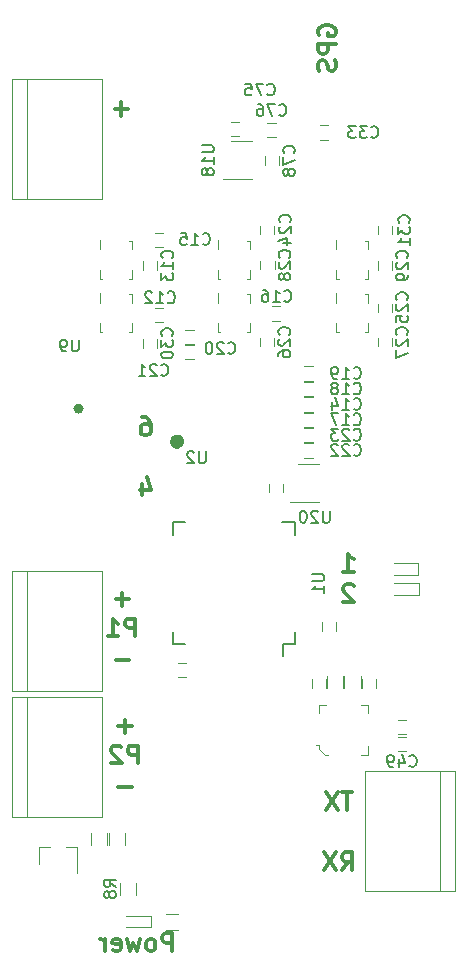
<source format=gbo>
G04 #@! TF.FileFunction,Legend,Bot*
%FSLAX46Y46*%
G04 Gerber Fmt 4.6, Leading zero omitted, Abs format (unit mm)*
G04 Created by KiCad (PCBNEW 4.0.7) date 03/10/18 18:51:25*
%MOMM*%
%LPD*%
G01*
G04 APERTURE LIST*
%ADD10C,0.100000*%
%ADD11C,0.300000*%
%ADD12C,0.150000*%
%ADD13C,0.120000*%
%ADD14C,0.650000*%
%ADD15C,0.450000*%
G04 APERTURE END LIST*
D10*
D11*
X47254285Y-63848571D02*
X47539999Y-63848571D01*
X47682856Y-63920000D01*
X47754285Y-63991429D01*
X47897142Y-64205714D01*
X47968571Y-64491429D01*
X47968571Y-65062857D01*
X47897142Y-65205714D01*
X47825714Y-65277143D01*
X47682856Y-65348571D01*
X47397142Y-65348571D01*
X47254285Y-65277143D01*
X47182856Y-65205714D01*
X47111428Y-65062857D01*
X47111428Y-64705714D01*
X47182856Y-64562857D01*
X47254285Y-64491429D01*
X47397142Y-64420000D01*
X47682856Y-64420000D01*
X47825714Y-64491429D01*
X47897142Y-64562857D01*
X47968571Y-64705714D01*
X47254285Y-69448571D02*
X47254285Y-70448571D01*
X47611428Y-68877143D02*
X47968571Y-69948571D01*
X47039999Y-69948571D01*
X65042857Y-95568571D02*
X64185714Y-95568571D01*
X64614285Y-97068571D02*
X64614285Y-95568571D01*
X63828571Y-95568571D02*
X62828571Y-97068571D01*
X62828571Y-95568571D02*
X63828571Y-97068571D01*
X64149999Y-102168571D02*
X64649999Y-101454286D01*
X65007142Y-102168571D02*
X65007142Y-100668571D01*
X64435714Y-100668571D01*
X64292856Y-100740000D01*
X64221428Y-100811429D01*
X64149999Y-100954286D01*
X64149999Y-101168571D01*
X64221428Y-101311429D01*
X64292856Y-101382857D01*
X64435714Y-101454286D01*
X65007142Y-101454286D01*
X63649999Y-100668571D02*
X62649999Y-102168571D01*
X62649999Y-100668571D02*
X63649999Y-102168571D01*
X46341428Y-90012143D02*
X45198571Y-90012143D01*
X45770000Y-90583571D02*
X45770000Y-89440714D01*
X46877142Y-93133571D02*
X46877142Y-91633571D01*
X46305714Y-91633571D01*
X46162856Y-91705000D01*
X46091428Y-91776429D01*
X46019999Y-91919286D01*
X46019999Y-92133571D01*
X46091428Y-92276429D01*
X46162856Y-92347857D01*
X46305714Y-92419286D01*
X46877142Y-92419286D01*
X45448571Y-91776429D02*
X45377142Y-91705000D01*
X45234285Y-91633571D01*
X44877142Y-91633571D01*
X44734285Y-91705000D01*
X44662856Y-91776429D01*
X44591428Y-91919286D01*
X44591428Y-92062143D01*
X44662856Y-92276429D01*
X45519999Y-93133571D01*
X44591428Y-93133571D01*
X46341428Y-95112143D02*
X45198571Y-95112143D01*
X46131428Y-79257143D02*
X44988571Y-79257143D01*
X45560000Y-79828571D02*
X45560000Y-78685714D01*
X46667142Y-82378571D02*
X46667142Y-80878571D01*
X46095714Y-80878571D01*
X45952856Y-80950000D01*
X45881428Y-81021429D01*
X45809999Y-81164286D01*
X45809999Y-81378571D01*
X45881428Y-81521429D01*
X45952856Y-81592857D01*
X46095714Y-81664286D01*
X46667142Y-81664286D01*
X44381428Y-82378571D02*
X45238571Y-82378571D01*
X44809999Y-82378571D02*
X44809999Y-80878571D01*
X44952856Y-81092857D01*
X45095714Y-81235714D01*
X45238571Y-81307143D01*
X46131428Y-84357143D02*
X44988571Y-84357143D01*
X64281428Y-76923571D02*
X65138571Y-76923571D01*
X64709999Y-76923571D02*
X64709999Y-75423571D01*
X64852856Y-75637857D01*
X64995714Y-75780714D01*
X65138571Y-75852143D01*
X65138571Y-78116429D02*
X65067142Y-78045000D01*
X64924285Y-77973571D01*
X64567142Y-77973571D01*
X64424285Y-78045000D01*
X64352856Y-78116429D01*
X64281428Y-78259286D01*
X64281428Y-78402143D01*
X64352856Y-78616429D01*
X65209999Y-79473571D01*
X64281428Y-79473571D01*
X49794285Y-109018571D02*
X49794285Y-107518571D01*
X49222857Y-107518571D01*
X49079999Y-107590000D01*
X49008571Y-107661429D01*
X48937142Y-107804286D01*
X48937142Y-108018571D01*
X49008571Y-108161429D01*
X49079999Y-108232857D01*
X49222857Y-108304286D01*
X49794285Y-108304286D01*
X48079999Y-109018571D02*
X48222857Y-108947143D01*
X48294285Y-108875714D01*
X48365714Y-108732857D01*
X48365714Y-108304286D01*
X48294285Y-108161429D01*
X48222857Y-108090000D01*
X48079999Y-108018571D01*
X47865714Y-108018571D01*
X47722857Y-108090000D01*
X47651428Y-108161429D01*
X47579999Y-108304286D01*
X47579999Y-108732857D01*
X47651428Y-108875714D01*
X47722857Y-108947143D01*
X47865714Y-109018571D01*
X48079999Y-109018571D01*
X47079999Y-108018571D02*
X46794285Y-109018571D01*
X46508571Y-108304286D01*
X46222856Y-109018571D01*
X45937142Y-108018571D01*
X44794285Y-108947143D02*
X44937142Y-109018571D01*
X45222856Y-109018571D01*
X45365713Y-108947143D01*
X45437142Y-108804286D01*
X45437142Y-108232857D01*
X45365713Y-108090000D01*
X45222856Y-108018571D01*
X44937142Y-108018571D01*
X44794285Y-108090000D01*
X44722856Y-108232857D01*
X44722856Y-108375714D01*
X45437142Y-108518571D01*
X44079999Y-109018571D02*
X44079999Y-108018571D01*
X44079999Y-108304286D02*
X44008571Y-108161429D01*
X43937142Y-108090000D01*
X43794285Y-108018571D01*
X43651428Y-108018571D01*
X46051428Y-37727143D02*
X44908571Y-37727143D01*
X45480000Y-38298571D02*
X45480000Y-37155714D01*
X62225000Y-31478572D02*
X62153571Y-31335715D01*
X62153571Y-31121429D01*
X62225000Y-30907144D01*
X62367857Y-30764286D01*
X62510714Y-30692858D01*
X62796429Y-30621429D01*
X63010714Y-30621429D01*
X63296429Y-30692858D01*
X63439286Y-30764286D01*
X63582143Y-30907144D01*
X63653571Y-31121429D01*
X63653571Y-31264286D01*
X63582143Y-31478572D01*
X63510714Y-31550001D01*
X63010714Y-31550001D01*
X63010714Y-31264286D01*
X63653571Y-32192858D02*
X62153571Y-32192858D01*
X62153571Y-32764286D01*
X62225000Y-32907144D01*
X62296429Y-32978572D01*
X62439286Y-33050001D01*
X62653571Y-33050001D01*
X62796429Y-32978572D01*
X62867857Y-32907144D01*
X62939286Y-32764286D01*
X62939286Y-32192858D01*
X63582143Y-33621429D02*
X63653571Y-33835715D01*
X63653571Y-34192858D01*
X63582143Y-34335715D01*
X63510714Y-34407144D01*
X63367857Y-34478572D01*
X63225000Y-34478572D01*
X63082143Y-34407144D01*
X63010714Y-34335715D01*
X62939286Y-34192858D01*
X62867857Y-33907144D01*
X62796429Y-33764286D01*
X62725000Y-33692858D01*
X62582143Y-33621429D01*
X62439286Y-33621429D01*
X62296429Y-33692858D01*
X62225000Y-33764286D01*
X62153571Y-33907144D01*
X62153571Y-34264286D01*
X62225000Y-34478572D01*
D12*
X60175000Y-83050000D02*
X59175000Y-83050000D01*
X60175000Y-72700000D02*
X59100000Y-72700000D01*
X49825000Y-72700000D02*
X50900000Y-72700000D01*
X49825000Y-83050000D02*
X50900000Y-83050000D01*
X60175000Y-83050000D02*
X60175000Y-81975000D01*
X49825000Y-83050000D02*
X49825000Y-81975000D01*
X49825000Y-72700000D02*
X49825000Y-73775000D01*
X60175000Y-72700000D02*
X60175000Y-73775000D01*
X59175000Y-83050000D02*
X59175000Y-84075000D01*
D13*
X57975000Y-69450000D02*
X57975000Y-70150000D01*
X59175000Y-70150000D02*
X59175000Y-69450000D01*
X62490000Y-81190000D02*
X62490000Y-81890000D01*
X63690000Y-81890000D02*
X63690000Y-81190000D01*
X50240000Y-85810000D02*
X50940000Y-85810000D01*
X50940000Y-84610000D02*
X50240000Y-84610000D01*
X49025000Y-54550000D02*
X48325000Y-54550000D01*
X48325000Y-55750000D02*
X49025000Y-55750000D01*
X47325000Y-50625000D02*
X47325000Y-51325000D01*
X48525000Y-51325000D02*
X48525000Y-50625000D01*
X61675000Y-62150000D02*
X60975000Y-62150000D01*
X60975000Y-63350000D02*
X61675000Y-63350000D01*
X49025000Y-48200000D02*
X48325000Y-48200000D01*
X48325000Y-49400000D02*
X49025000Y-49400000D01*
X58925000Y-54450000D02*
X58225000Y-54450000D01*
X58225000Y-55650000D02*
X58925000Y-55650000D01*
X61675000Y-63450000D02*
X60975000Y-63450000D01*
X60975000Y-64650000D02*
X61675000Y-64650000D01*
X61675000Y-60850000D02*
X60975000Y-60850000D01*
X60975000Y-62050000D02*
X61675000Y-62050000D01*
X61675000Y-59525000D02*
X60975000Y-59525000D01*
X60975000Y-60725000D02*
X61675000Y-60725000D01*
X50900000Y-57600000D02*
X51600000Y-57600000D01*
X51600000Y-56400000D02*
X50900000Y-56400000D01*
X50900000Y-58900000D02*
X51600000Y-58900000D01*
X51600000Y-57700000D02*
X50900000Y-57700000D01*
X61675000Y-66050000D02*
X60975000Y-66050000D01*
X60975000Y-67250000D02*
X61675000Y-67250000D01*
X61675000Y-64750000D02*
X60975000Y-64750000D01*
X60975000Y-65950000D02*
X61675000Y-65950000D01*
X58425000Y-48300000D02*
X58425000Y-47600000D01*
X57225000Y-47600000D02*
X57225000Y-48300000D01*
X68375000Y-54900000D02*
X68375000Y-54200000D01*
X67175000Y-54200000D02*
X67175000Y-54900000D01*
X57225000Y-57125000D02*
X57225000Y-57825000D01*
X58425000Y-57825000D02*
X58425000Y-57125000D01*
X67175000Y-57125000D02*
X67175000Y-57825000D01*
X68375000Y-57825000D02*
X68375000Y-57125000D01*
X57250000Y-50600000D02*
X57250000Y-51300000D01*
X58450000Y-51300000D02*
X58450000Y-50600000D01*
X67200000Y-50625000D02*
X67200000Y-51325000D01*
X68400000Y-51325000D02*
X68400000Y-50625000D01*
X47300000Y-57225000D02*
X47300000Y-57925000D01*
X48500000Y-57925000D02*
X48500000Y-57225000D01*
X68400000Y-48350000D02*
X68400000Y-47650000D01*
X67200000Y-47650000D02*
X67200000Y-48350000D01*
X62275000Y-40325000D02*
X62975000Y-40325000D01*
X62975000Y-39125000D02*
X62275000Y-39125000D01*
X55475000Y-38825000D02*
X54775000Y-38825000D01*
X54775000Y-40025000D02*
X55475000Y-40025000D01*
X58550000Y-38875000D02*
X57850000Y-38875000D01*
X57850000Y-40075000D02*
X58550000Y-40075000D01*
X57625000Y-41750000D02*
X57625000Y-42450000D01*
X58825000Y-42450000D02*
X58825000Y-41750000D01*
X47990000Y-106030000D02*
X47990000Y-107030000D01*
X47990000Y-107030000D02*
X45890000Y-107030000D01*
X47990000Y-106030000D02*
X45890000Y-106030000D01*
X38540000Y-100230000D02*
X39470000Y-100230000D01*
X41700000Y-100230000D02*
X40770000Y-100230000D01*
X41700000Y-100230000D02*
X41700000Y-102390000D01*
X38540000Y-100230000D02*
X38540000Y-101690000D01*
X46700000Y-104250000D02*
X46700000Y-103250000D01*
X45340000Y-103250000D02*
X45340000Y-104250000D01*
X42910000Y-99030000D02*
X42910000Y-100030000D01*
X44270000Y-100030000D02*
X44270000Y-99030000D01*
X44410000Y-99040000D02*
X44410000Y-100040000D01*
X45770000Y-100040000D02*
X45770000Y-99040000D01*
X50290000Y-105850000D02*
X49290000Y-105850000D01*
X49290000Y-107210000D02*
X50290000Y-107210000D01*
D14*
X50482843Y-65895000D02*
G75*
G03X50482843Y-65895000I-282843J0D01*
G01*
D10*
X53650000Y-48800000D02*
X53650000Y-49620000D01*
X56350000Y-48900000D02*
X56350000Y-49620000D01*
X56350000Y-48900000D02*
X56130000Y-48900000D01*
X56130000Y-52100000D02*
X56350000Y-52100000D01*
X56350000Y-52100000D02*
X56350000Y-51380000D01*
X53650000Y-51380000D02*
X53650000Y-52100000D01*
X53650000Y-52100000D02*
X53870000Y-52100000D01*
X43650000Y-48800000D02*
X43650000Y-49620000D01*
X46350000Y-48900000D02*
X46350000Y-49620000D01*
X46350000Y-48900000D02*
X46130000Y-48900000D01*
X46130000Y-52100000D02*
X46350000Y-52100000D01*
X46350000Y-52100000D02*
X46350000Y-51380000D01*
X43650000Y-51380000D02*
X43650000Y-52100000D01*
X43650000Y-52100000D02*
X43870000Y-52100000D01*
X63650000Y-48800000D02*
X63650000Y-49620000D01*
X66350000Y-48900000D02*
X66350000Y-49620000D01*
X66350000Y-48900000D02*
X66130000Y-48900000D01*
X66130000Y-52100000D02*
X66350000Y-52100000D01*
X66350000Y-52100000D02*
X66350000Y-51380000D01*
X63650000Y-51380000D02*
X63650000Y-52100000D01*
X63650000Y-52100000D02*
X63870000Y-52100000D01*
X43650000Y-53300000D02*
X43650000Y-54120000D01*
X46350000Y-53400000D02*
X46350000Y-54120000D01*
X46350000Y-53400000D02*
X46130000Y-53400000D01*
X46130000Y-56600000D02*
X46350000Y-56600000D01*
X46350000Y-56600000D02*
X46350000Y-55880000D01*
X43650000Y-55880000D02*
X43650000Y-56600000D01*
X43650000Y-56600000D02*
X43870000Y-56600000D01*
X63650000Y-53300000D02*
X63650000Y-54120000D01*
X66350000Y-53400000D02*
X66350000Y-54120000D01*
X66350000Y-53400000D02*
X66130000Y-53400000D01*
X66130000Y-56600000D02*
X66350000Y-56600000D01*
X66350000Y-56600000D02*
X66350000Y-55880000D01*
X63650000Y-55880000D02*
X63650000Y-56600000D01*
X63650000Y-56600000D02*
X63870000Y-56600000D01*
X53650000Y-53300000D02*
X53650000Y-54120000D01*
X56350000Y-53400000D02*
X56350000Y-54120000D01*
X56350000Y-53400000D02*
X56130000Y-53400000D01*
X56130000Y-56600000D02*
X56350000Y-56600000D01*
X56350000Y-56600000D02*
X56350000Y-55880000D01*
X53650000Y-55880000D02*
X53650000Y-56600000D01*
X53650000Y-56600000D02*
X53870000Y-56600000D01*
D15*
X42073607Y-63100000D02*
G75*
G03X42073607Y-63100000I-223607J0D01*
G01*
D13*
X54725000Y-40415000D02*
X56525000Y-40415000D01*
X56525000Y-43635000D02*
X54075000Y-43635000D01*
X60400000Y-67790000D02*
X62200000Y-67790000D01*
X62200000Y-71010000D02*
X59750000Y-71010000D01*
X62800000Y-86730000D02*
X62800000Y-86030000D01*
X61600000Y-86030000D02*
X61600000Y-86730000D01*
X67025000Y-86730000D02*
X67025000Y-86030000D01*
X65825000Y-86030000D02*
X65825000Y-86730000D01*
X69575000Y-89455000D02*
X68875000Y-89455000D01*
X68875000Y-90655000D02*
X69575000Y-90655000D01*
X62920000Y-85730000D02*
X62920000Y-86730000D01*
X64280000Y-86730000D02*
X64280000Y-85730000D01*
X64370000Y-85730000D02*
X64370000Y-86730000D01*
X65730000Y-86730000D02*
X65730000Y-85730000D01*
D10*
X65800000Y-88205000D02*
X66400000Y-88205000D01*
X66400000Y-88205000D02*
X66400000Y-88905000D01*
X62200000Y-88905000D02*
X62200000Y-88205000D01*
X62200000Y-88205000D02*
X62800000Y-88205000D01*
X65800000Y-92405000D02*
X66400000Y-92405000D01*
X66400000Y-92405000D02*
X66400000Y-91705000D01*
X63000000Y-92405000D02*
X62700000Y-92405000D01*
X62700000Y-92405000D02*
X62200000Y-91905000D01*
X62200000Y-91905000D02*
X62200000Y-91605000D01*
X62200000Y-91605000D02*
X62000000Y-91605000D01*
D13*
X37490000Y-35190000D02*
X37490000Y-45350000D01*
X36220000Y-35190000D02*
X43840000Y-35190000D01*
X43840000Y-35190000D02*
X43840000Y-45350000D01*
X43840000Y-45350000D02*
X36220000Y-45350000D01*
X36220000Y-45350000D02*
X36220000Y-35190000D01*
X37500000Y-87500000D02*
X37500000Y-97660000D01*
X36230000Y-87500000D02*
X43850000Y-87500000D01*
X43850000Y-87500000D02*
X43850000Y-97660000D01*
X43850000Y-97660000D02*
X36230000Y-97660000D01*
X36230000Y-97660000D02*
X36230000Y-87500000D01*
X37480000Y-76810000D02*
X37480000Y-86970000D01*
X36210000Y-76810000D02*
X43830000Y-76810000D01*
X43830000Y-76810000D02*
X43830000Y-86970000D01*
X43830000Y-86970000D02*
X36210000Y-86970000D01*
X36210000Y-86970000D02*
X36210000Y-76810000D01*
X70660000Y-77880000D02*
X70660000Y-78880000D01*
X70660000Y-78880000D02*
X68560000Y-78880000D01*
X70660000Y-77880000D02*
X68560000Y-77880000D01*
X70640000Y-76210000D02*
X70640000Y-77210000D01*
X70640000Y-77210000D02*
X68540000Y-77210000D01*
X70640000Y-76210000D02*
X68540000Y-76210000D01*
X72500000Y-103900000D02*
X72500000Y-93740000D01*
X73770000Y-103900000D02*
X66150000Y-103900000D01*
X66150000Y-103900000D02*
X66150000Y-93740000D01*
X66150000Y-93740000D02*
X73770000Y-93740000D01*
X73770000Y-93740000D02*
X73770000Y-103900000D01*
X69580000Y-90870000D02*
X68880000Y-90870000D01*
X68880000Y-92070000D02*
X69580000Y-92070000D01*
D12*
X61652381Y-77113095D02*
X62461905Y-77113095D01*
X62557143Y-77160714D01*
X62604762Y-77208333D01*
X62652381Y-77303571D01*
X62652381Y-77494048D01*
X62604762Y-77589286D01*
X62557143Y-77636905D01*
X62461905Y-77684524D01*
X61652381Y-77684524D01*
X62652381Y-78684524D02*
X62652381Y-78113095D01*
X62652381Y-78398809D02*
X61652381Y-78398809D01*
X61795238Y-78303571D01*
X61890476Y-78208333D01*
X61938095Y-78113095D01*
X49392857Y-54082143D02*
X49440476Y-54129762D01*
X49583333Y-54177381D01*
X49678571Y-54177381D01*
X49821429Y-54129762D01*
X49916667Y-54034524D01*
X49964286Y-53939286D01*
X50011905Y-53748810D01*
X50011905Y-53605952D01*
X49964286Y-53415476D01*
X49916667Y-53320238D01*
X49821429Y-53225000D01*
X49678571Y-53177381D01*
X49583333Y-53177381D01*
X49440476Y-53225000D01*
X49392857Y-53272619D01*
X48440476Y-54177381D02*
X49011905Y-54177381D01*
X48726191Y-54177381D02*
X48726191Y-53177381D01*
X48821429Y-53320238D01*
X48916667Y-53415476D01*
X49011905Y-53463095D01*
X48059524Y-53272619D02*
X48011905Y-53225000D01*
X47916667Y-53177381D01*
X47678571Y-53177381D01*
X47583333Y-53225000D01*
X47535714Y-53272619D01*
X47488095Y-53367857D01*
X47488095Y-53463095D01*
X47535714Y-53605952D01*
X48107143Y-54177381D01*
X47488095Y-54177381D01*
X49782143Y-50332143D02*
X49829762Y-50284524D01*
X49877381Y-50141667D01*
X49877381Y-50046429D01*
X49829762Y-49903571D01*
X49734524Y-49808333D01*
X49639286Y-49760714D01*
X49448810Y-49713095D01*
X49305952Y-49713095D01*
X49115476Y-49760714D01*
X49020238Y-49808333D01*
X48925000Y-49903571D01*
X48877381Y-50046429D01*
X48877381Y-50141667D01*
X48925000Y-50284524D01*
X48972619Y-50332143D01*
X49877381Y-51284524D02*
X49877381Y-50713095D01*
X49877381Y-50998809D02*
X48877381Y-50998809D01*
X49020238Y-50903571D01*
X49115476Y-50808333D01*
X49163095Y-50713095D01*
X48877381Y-51617857D02*
X48877381Y-52236905D01*
X49258333Y-51903571D01*
X49258333Y-52046429D01*
X49305952Y-52141667D01*
X49353571Y-52189286D01*
X49448810Y-52236905D01*
X49686905Y-52236905D01*
X49782143Y-52189286D01*
X49829762Y-52141667D01*
X49877381Y-52046429D01*
X49877381Y-51760714D01*
X49829762Y-51665476D01*
X49782143Y-51617857D01*
X65142857Y-63107143D02*
X65190476Y-63154762D01*
X65333333Y-63202381D01*
X65428571Y-63202381D01*
X65571429Y-63154762D01*
X65666667Y-63059524D01*
X65714286Y-62964286D01*
X65761905Y-62773810D01*
X65761905Y-62630952D01*
X65714286Y-62440476D01*
X65666667Y-62345238D01*
X65571429Y-62250000D01*
X65428571Y-62202381D01*
X65333333Y-62202381D01*
X65190476Y-62250000D01*
X65142857Y-62297619D01*
X64190476Y-63202381D02*
X64761905Y-63202381D01*
X64476191Y-63202381D02*
X64476191Y-62202381D01*
X64571429Y-62345238D01*
X64666667Y-62440476D01*
X64761905Y-62488095D01*
X63333333Y-62535714D02*
X63333333Y-63202381D01*
X63571429Y-62154762D02*
X63809524Y-62869048D01*
X63190476Y-62869048D01*
X52367857Y-49132143D02*
X52415476Y-49179762D01*
X52558333Y-49227381D01*
X52653571Y-49227381D01*
X52796429Y-49179762D01*
X52891667Y-49084524D01*
X52939286Y-48989286D01*
X52986905Y-48798810D01*
X52986905Y-48655952D01*
X52939286Y-48465476D01*
X52891667Y-48370238D01*
X52796429Y-48275000D01*
X52653571Y-48227381D01*
X52558333Y-48227381D01*
X52415476Y-48275000D01*
X52367857Y-48322619D01*
X51415476Y-49227381D02*
X51986905Y-49227381D01*
X51701191Y-49227381D02*
X51701191Y-48227381D01*
X51796429Y-48370238D01*
X51891667Y-48465476D01*
X51986905Y-48513095D01*
X50510714Y-48227381D02*
X50986905Y-48227381D01*
X51034524Y-48703571D01*
X50986905Y-48655952D01*
X50891667Y-48608333D01*
X50653571Y-48608333D01*
X50558333Y-48655952D01*
X50510714Y-48703571D01*
X50463095Y-48798810D01*
X50463095Y-49036905D01*
X50510714Y-49132143D01*
X50558333Y-49179762D01*
X50653571Y-49227381D01*
X50891667Y-49227381D01*
X50986905Y-49179762D01*
X51034524Y-49132143D01*
X59267857Y-53957143D02*
X59315476Y-54004762D01*
X59458333Y-54052381D01*
X59553571Y-54052381D01*
X59696429Y-54004762D01*
X59791667Y-53909524D01*
X59839286Y-53814286D01*
X59886905Y-53623810D01*
X59886905Y-53480952D01*
X59839286Y-53290476D01*
X59791667Y-53195238D01*
X59696429Y-53100000D01*
X59553571Y-53052381D01*
X59458333Y-53052381D01*
X59315476Y-53100000D01*
X59267857Y-53147619D01*
X58315476Y-54052381D02*
X58886905Y-54052381D01*
X58601191Y-54052381D02*
X58601191Y-53052381D01*
X58696429Y-53195238D01*
X58791667Y-53290476D01*
X58886905Y-53338095D01*
X57458333Y-53052381D02*
X57648810Y-53052381D01*
X57744048Y-53100000D01*
X57791667Y-53147619D01*
X57886905Y-53290476D01*
X57934524Y-53480952D01*
X57934524Y-53861905D01*
X57886905Y-53957143D01*
X57839286Y-54004762D01*
X57744048Y-54052381D01*
X57553571Y-54052381D01*
X57458333Y-54004762D01*
X57410714Y-53957143D01*
X57363095Y-53861905D01*
X57363095Y-53623810D01*
X57410714Y-53528571D01*
X57458333Y-53480952D01*
X57553571Y-53433333D01*
X57744048Y-53433333D01*
X57839286Y-53480952D01*
X57886905Y-53528571D01*
X57934524Y-53623810D01*
X65142857Y-64407143D02*
X65190476Y-64454762D01*
X65333333Y-64502381D01*
X65428571Y-64502381D01*
X65571429Y-64454762D01*
X65666667Y-64359524D01*
X65714286Y-64264286D01*
X65761905Y-64073810D01*
X65761905Y-63930952D01*
X65714286Y-63740476D01*
X65666667Y-63645238D01*
X65571429Y-63550000D01*
X65428571Y-63502381D01*
X65333333Y-63502381D01*
X65190476Y-63550000D01*
X65142857Y-63597619D01*
X64190476Y-64502381D02*
X64761905Y-64502381D01*
X64476191Y-64502381D02*
X64476191Y-63502381D01*
X64571429Y-63645238D01*
X64666667Y-63740476D01*
X64761905Y-63788095D01*
X63857143Y-63502381D02*
X63190476Y-63502381D01*
X63619048Y-64502381D01*
X65142857Y-61807143D02*
X65190476Y-61854762D01*
X65333333Y-61902381D01*
X65428571Y-61902381D01*
X65571429Y-61854762D01*
X65666667Y-61759524D01*
X65714286Y-61664286D01*
X65761905Y-61473810D01*
X65761905Y-61330952D01*
X65714286Y-61140476D01*
X65666667Y-61045238D01*
X65571429Y-60950000D01*
X65428571Y-60902381D01*
X65333333Y-60902381D01*
X65190476Y-60950000D01*
X65142857Y-60997619D01*
X64190476Y-61902381D02*
X64761905Y-61902381D01*
X64476191Y-61902381D02*
X64476191Y-60902381D01*
X64571429Y-61045238D01*
X64666667Y-61140476D01*
X64761905Y-61188095D01*
X63619048Y-61330952D02*
X63714286Y-61283333D01*
X63761905Y-61235714D01*
X63809524Y-61140476D01*
X63809524Y-61092857D01*
X63761905Y-60997619D01*
X63714286Y-60950000D01*
X63619048Y-60902381D01*
X63428571Y-60902381D01*
X63333333Y-60950000D01*
X63285714Y-60997619D01*
X63238095Y-61092857D01*
X63238095Y-61140476D01*
X63285714Y-61235714D01*
X63333333Y-61283333D01*
X63428571Y-61330952D01*
X63619048Y-61330952D01*
X63714286Y-61378571D01*
X63761905Y-61426190D01*
X63809524Y-61521429D01*
X63809524Y-61711905D01*
X63761905Y-61807143D01*
X63714286Y-61854762D01*
X63619048Y-61902381D01*
X63428571Y-61902381D01*
X63333333Y-61854762D01*
X63285714Y-61807143D01*
X63238095Y-61711905D01*
X63238095Y-61521429D01*
X63285714Y-61426190D01*
X63333333Y-61378571D01*
X63428571Y-61330952D01*
X65142857Y-60482143D02*
X65190476Y-60529762D01*
X65333333Y-60577381D01*
X65428571Y-60577381D01*
X65571429Y-60529762D01*
X65666667Y-60434524D01*
X65714286Y-60339286D01*
X65761905Y-60148810D01*
X65761905Y-60005952D01*
X65714286Y-59815476D01*
X65666667Y-59720238D01*
X65571429Y-59625000D01*
X65428571Y-59577381D01*
X65333333Y-59577381D01*
X65190476Y-59625000D01*
X65142857Y-59672619D01*
X64190476Y-60577381D02*
X64761905Y-60577381D01*
X64476191Y-60577381D02*
X64476191Y-59577381D01*
X64571429Y-59720238D01*
X64666667Y-59815476D01*
X64761905Y-59863095D01*
X63714286Y-60577381D02*
X63523810Y-60577381D01*
X63428571Y-60529762D01*
X63380952Y-60482143D01*
X63285714Y-60339286D01*
X63238095Y-60148810D01*
X63238095Y-59767857D01*
X63285714Y-59672619D01*
X63333333Y-59625000D01*
X63428571Y-59577381D01*
X63619048Y-59577381D01*
X63714286Y-59625000D01*
X63761905Y-59672619D01*
X63809524Y-59767857D01*
X63809524Y-60005952D01*
X63761905Y-60101190D01*
X63714286Y-60148810D01*
X63619048Y-60196429D01*
X63428571Y-60196429D01*
X63333333Y-60148810D01*
X63285714Y-60101190D01*
X63238095Y-60005952D01*
X54517857Y-58382143D02*
X54565476Y-58429762D01*
X54708333Y-58477381D01*
X54803571Y-58477381D01*
X54946429Y-58429762D01*
X55041667Y-58334524D01*
X55089286Y-58239286D01*
X55136905Y-58048810D01*
X55136905Y-57905952D01*
X55089286Y-57715476D01*
X55041667Y-57620238D01*
X54946429Y-57525000D01*
X54803571Y-57477381D01*
X54708333Y-57477381D01*
X54565476Y-57525000D01*
X54517857Y-57572619D01*
X54136905Y-57572619D02*
X54089286Y-57525000D01*
X53994048Y-57477381D01*
X53755952Y-57477381D01*
X53660714Y-57525000D01*
X53613095Y-57572619D01*
X53565476Y-57667857D01*
X53565476Y-57763095D01*
X53613095Y-57905952D01*
X54184524Y-58477381D01*
X53565476Y-58477381D01*
X52946429Y-57477381D02*
X52851190Y-57477381D01*
X52755952Y-57525000D01*
X52708333Y-57572619D01*
X52660714Y-57667857D01*
X52613095Y-57858333D01*
X52613095Y-58096429D01*
X52660714Y-58286905D01*
X52708333Y-58382143D01*
X52755952Y-58429762D01*
X52851190Y-58477381D01*
X52946429Y-58477381D01*
X53041667Y-58429762D01*
X53089286Y-58382143D01*
X53136905Y-58286905D01*
X53184524Y-58096429D01*
X53184524Y-57858333D01*
X53136905Y-57667857D01*
X53089286Y-57572619D01*
X53041667Y-57525000D01*
X52946429Y-57477381D01*
X48842857Y-60232143D02*
X48890476Y-60279762D01*
X49033333Y-60327381D01*
X49128571Y-60327381D01*
X49271429Y-60279762D01*
X49366667Y-60184524D01*
X49414286Y-60089286D01*
X49461905Y-59898810D01*
X49461905Y-59755952D01*
X49414286Y-59565476D01*
X49366667Y-59470238D01*
X49271429Y-59375000D01*
X49128571Y-59327381D01*
X49033333Y-59327381D01*
X48890476Y-59375000D01*
X48842857Y-59422619D01*
X48461905Y-59422619D02*
X48414286Y-59375000D01*
X48319048Y-59327381D01*
X48080952Y-59327381D01*
X47985714Y-59375000D01*
X47938095Y-59422619D01*
X47890476Y-59517857D01*
X47890476Y-59613095D01*
X47938095Y-59755952D01*
X48509524Y-60327381D01*
X47890476Y-60327381D01*
X46938095Y-60327381D02*
X47509524Y-60327381D01*
X47223810Y-60327381D02*
X47223810Y-59327381D01*
X47319048Y-59470238D01*
X47414286Y-59565476D01*
X47509524Y-59613095D01*
X65142857Y-67007143D02*
X65190476Y-67054762D01*
X65333333Y-67102381D01*
X65428571Y-67102381D01*
X65571429Y-67054762D01*
X65666667Y-66959524D01*
X65714286Y-66864286D01*
X65761905Y-66673810D01*
X65761905Y-66530952D01*
X65714286Y-66340476D01*
X65666667Y-66245238D01*
X65571429Y-66150000D01*
X65428571Y-66102381D01*
X65333333Y-66102381D01*
X65190476Y-66150000D01*
X65142857Y-66197619D01*
X64761905Y-66197619D02*
X64714286Y-66150000D01*
X64619048Y-66102381D01*
X64380952Y-66102381D01*
X64285714Y-66150000D01*
X64238095Y-66197619D01*
X64190476Y-66292857D01*
X64190476Y-66388095D01*
X64238095Y-66530952D01*
X64809524Y-67102381D01*
X64190476Y-67102381D01*
X63809524Y-66197619D02*
X63761905Y-66150000D01*
X63666667Y-66102381D01*
X63428571Y-66102381D01*
X63333333Y-66150000D01*
X63285714Y-66197619D01*
X63238095Y-66292857D01*
X63238095Y-66388095D01*
X63285714Y-66530952D01*
X63857143Y-67102381D01*
X63238095Y-67102381D01*
X65142857Y-65707143D02*
X65190476Y-65754762D01*
X65333333Y-65802381D01*
X65428571Y-65802381D01*
X65571429Y-65754762D01*
X65666667Y-65659524D01*
X65714286Y-65564286D01*
X65761905Y-65373810D01*
X65761905Y-65230952D01*
X65714286Y-65040476D01*
X65666667Y-64945238D01*
X65571429Y-64850000D01*
X65428571Y-64802381D01*
X65333333Y-64802381D01*
X65190476Y-64850000D01*
X65142857Y-64897619D01*
X64761905Y-64897619D02*
X64714286Y-64850000D01*
X64619048Y-64802381D01*
X64380952Y-64802381D01*
X64285714Y-64850000D01*
X64238095Y-64897619D01*
X64190476Y-64992857D01*
X64190476Y-65088095D01*
X64238095Y-65230952D01*
X64809524Y-65802381D01*
X64190476Y-65802381D01*
X63857143Y-64802381D02*
X63238095Y-64802381D01*
X63571429Y-65183333D01*
X63428571Y-65183333D01*
X63333333Y-65230952D01*
X63285714Y-65278571D01*
X63238095Y-65373810D01*
X63238095Y-65611905D01*
X63285714Y-65707143D01*
X63333333Y-65754762D01*
X63428571Y-65802381D01*
X63714286Y-65802381D01*
X63809524Y-65754762D01*
X63857143Y-65707143D01*
X59732143Y-47307143D02*
X59779762Y-47259524D01*
X59827381Y-47116667D01*
X59827381Y-47021429D01*
X59779762Y-46878571D01*
X59684524Y-46783333D01*
X59589286Y-46735714D01*
X59398810Y-46688095D01*
X59255952Y-46688095D01*
X59065476Y-46735714D01*
X58970238Y-46783333D01*
X58875000Y-46878571D01*
X58827381Y-47021429D01*
X58827381Y-47116667D01*
X58875000Y-47259524D01*
X58922619Y-47307143D01*
X58922619Y-47688095D02*
X58875000Y-47735714D01*
X58827381Y-47830952D01*
X58827381Y-48069048D01*
X58875000Y-48164286D01*
X58922619Y-48211905D01*
X59017857Y-48259524D01*
X59113095Y-48259524D01*
X59255952Y-48211905D01*
X59827381Y-47640476D01*
X59827381Y-48259524D01*
X59160714Y-49116667D02*
X59827381Y-49116667D01*
X58779762Y-48878571D02*
X59494048Y-48640476D01*
X59494048Y-49259524D01*
X69632143Y-53882143D02*
X69679762Y-53834524D01*
X69727381Y-53691667D01*
X69727381Y-53596429D01*
X69679762Y-53453571D01*
X69584524Y-53358333D01*
X69489286Y-53310714D01*
X69298810Y-53263095D01*
X69155952Y-53263095D01*
X68965476Y-53310714D01*
X68870238Y-53358333D01*
X68775000Y-53453571D01*
X68727381Y-53596429D01*
X68727381Y-53691667D01*
X68775000Y-53834524D01*
X68822619Y-53882143D01*
X68822619Y-54263095D02*
X68775000Y-54310714D01*
X68727381Y-54405952D01*
X68727381Y-54644048D01*
X68775000Y-54739286D01*
X68822619Y-54786905D01*
X68917857Y-54834524D01*
X69013095Y-54834524D01*
X69155952Y-54786905D01*
X69727381Y-54215476D01*
X69727381Y-54834524D01*
X68727381Y-55739286D02*
X68727381Y-55263095D01*
X69203571Y-55215476D01*
X69155952Y-55263095D01*
X69108333Y-55358333D01*
X69108333Y-55596429D01*
X69155952Y-55691667D01*
X69203571Y-55739286D01*
X69298810Y-55786905D01*
X69536905Y-55786905D01*
X69632143Y-55739286D01*
X69679762Y-55691667D01*
X69727381Y-55596429D01*
X69727381Y-55358333D01*
X69679762Y-55263095D01*
X69632143Y-55215476D01*
X59682143Y-56832143D02*
X59729762Y-56784524D01*
X59777381Y-56641667D01*
X59777381Y-56546429D01*
X59729762Y-56403571D01*
X59634524Y-56308333D01*
X59539286Y-56260714D01*
X59348810Y-56213095D01*
X59205952Y-56213095D01*
X59015476Y-56260714D01*
X58920238Y-56308333D01*
X58825000Y-56403571D01*
X58777381Y-56546429D01*
X58777381Y-56641667D01*
X58825000Y-56784524D01*
X58872619Y-56832143D01*
X58872619Y-57213095D02*
X58825000Y-57260714D01*
X58777381Y-57355952D01*
X58777381Y-57594048D01*
X58825000Y-57689286D01*
X58872619Y-57736905D01*
X58967857Y-57784524D01*
X59063095Y-57784524D01*
X59205952Y-57736905D01*
X59777381Y-57165476D01*
X59777381Y-57784524D01*
X58777381Y-58641667D02*
X58777381Y-58451190D01*
X58825000Y-58355952D01*
X58872619Y-58308333D01*
X59015476Y-58213095D01*
X59205952Y-58165476D01*
X59586905Y-58165476D01*
X59682143Y-58213095D01*
X59729762Y-58260714D01*
X59777381Y-58355952D01*
X59777381Y-58546429D01*
X59729762Y-58641667D01*
X59682143Y-58689286D01*
X59586905Y-58736905D01*
X59348810Y-58736905D01*
X59253571Y-58689286D01*
X59205952Y-58641667D01*
X59158333Y-58546429D01*
X59158333Y-58355952D01*
X59205952Y-58260714D01*
X59253571Y-58213095D01*
X59348810Y-58165476D01*
X69632143Y-56832143D02*
X69679762Y-56784524D01*
X69727381Y-56641667D01*
X69727381Y-56546429D01*
X69679762Y-56403571D01*
X69584524Y-56308333D01*
X69489286Y-56260714D01*
X69298810Y-56213095D01*
X69155952Y-56213095D01*
X68965476Y-56260714D01*
X68870238Y-56308333D01*
X68775000Y-56403571D01*
X68727381Y-56546429D01*
X68727381Y-56641667D01*
X68775000Y-56784524D01*
X68822619Y-56832143D01*
X68822619Y-57213095D02*
X68775000Y-57260714D01*
X68727381Y-57355952D01*
X68727381Y-57594048D01*
X68775000Y-57689286D01*
X68822619Y-57736905D01*
X68917857Y-57784524D01*
X69013095Y-57784524D01*
X69155952Y-57736905D01*
X69727381Y-57165476D01*
X69727381Y-57784524D01*
X68727381Y-58117857D02*
X68727381Y-58784524D01*
X69727381Y-58355952D01*
X59707143Y-50307143D02*
X59754762Y-50259524D01*
X59802381Y-50116667D01*
X59802381Y-50021429D01*
X59754762Y-49878571D01*
X59659524Y-49783333D01*
X59564286Y-49735714D01*
X59373810Y-49688095D01*
X59230952Y-49688095D01*
X59040476Y-49735714D01*
X58945238Y-49783333D01*
X58850000Y-49878571D01*
X58802381Y-50021429D01*
X58802381Y-50116667D01*
X58850000Y-50259524D01*
X58897619Y-50307143D01*
X58897619Y-50688095D02*
X58850000Y-50735714D01*
X58802381Y-50830952D01*
X58802381Y-51069048D01*
X58850000Y-51164286D01*
X58897619Y-51211905D01*
X58992857Y-51259524D01*
X59088095Y-51259524D01*
X59230952Y-51211905D01*
X59802381Y-50640476D01*
X59802381Y-51259524D01*
X59230952Y-51830952D02*
X59183333Y-51735714D01*
X59135714Y-51688095D01*
X59040476Y-51640476D01*
X58992857Y-51640476D01*
X58897619Y-51688095D01*
X58850000Y-51735714D01*
X58802381Y-51830952D01*
X58802381Y-52021429D01*
X58850000Y-52116667D01*
X58897619Y-52164286D01*
X58992857Y-52211905D01*
X59040476Y-52211905D01*
X59135714Y-52164286D01*
X59183333Y-52116667D01*
X59230952Y-52021429D01*
X59230952Y-51830952D01*
X59278571Y-51735714D01*
X59326190Y-51688095D01*
X59421429Y-51640476D01*
X59611905Y-51640476D01*
X59707143Y-51688095D01*
X59754762Y-51735714D01*
X59802381Y-51830952D01*
X59802381Y-52021429D01*
X59754762Y-52116667D01*
X59707143Y-52164286D01*
X59611905Y-52211905D01*
X59421429Y-52211905D01*
X59326190Y-52164286D01*
X59278571Y-52116667D01*
X59230952Y-52021429D01*
X69657143Y-50332143D02*
X69704762Y-50284524D01*
X69752381Y-50141667D01*
X69752381Y-50046429D01*
X69704762Y-49903571D01*
X69609524Y-49808333D01*
X69514286Y-49760714D01*
X69323810Y-49713095D01*
X69180952Y-49713095D01*
X68990476Y-49760714D01*
X68895238Y-49808333D01*
X68800000Y-49903571D01*
X68752381Y-50046429D01*
X68752381Y-50141667D01*
X68800000Y-50284524D01*
X68847619Y-50332143D01*
X68847619Y-50713095D02*
X68800000Y-50760714D01*
X68752381Y-50855952D01*
X68752381Y-51094048D01*
X68800000Y-51189286D01*
X68847619Y-51236905D01*
X68942857Y-51284524D01*
X69038095Y-51284524D01*
X69180952Y-51236905D01*
X69752381Y-50665476D01*
X69752381Y-51284524D01*
X69752381Y-51760714D02*
X69752381Y-51951190D01*
X69704762Y-52046429D01*
X69657143Y-52094048D01*
X69514286Y-52189286D01*
X69323810Y-52236905D01*
X68942857Y-52236905D01*
X68847619Y-52189286D01*
X68800000Y-52141667D01*
X68752381Y-52046429D01*
X68752381Y-51855952D01*
X68800000Y-51760714D01*
X68847619Y-51713095D01*
X68942857Y-51665476D01*
X69180952Y-51665476D01*
X69276190Y-51713095D01*
X69323810Y-51760714D01*
X69371429Y-51855952D01*
X69371429Y-52046429D01*
X69323810Y-52141667D01*
X69276190Y-52189286D01*
X69180952Y-52236905D01*
X49757143Y-56932143D02*
X49804762Y-56884524D01*
X49852381Y-56741667D01*
X49852381Y-56646429D01*
X49804762Y-56503571D01*
X49709524Y-56408333D01*
X49614286Y-56360714D01*
X49423810Y-56313095D01*
X49280952Y-56313095D01*
X49090476Y-56360714D01*
X48995238Y-56408333D01*
X48900000Y-56503571D01*
X48852381Y-56646429D01*
X48852381Y-56741667D01*
X48900000Y-56884524D01*
X48947619Y-56932143D01*
X48852381Y-57265476D02*
X48852381Y-57884524D01*
X49233333Y-57551190D01*
X49233333Y-57694048D01*
X49280952Y-57789286D01*
X49328571Y-57836905D01*
X49423810Y-57884524D01*
X49661905Y-57884524D01*
X49757143Y-57836905D01*
X49804762Y-57789286D01*
X49852381Y-57694048D01*
X49852381Y-57408333D01*
X49804762Y-57313095D01*
X49757143Y-57265476D01*
X48852381Y-58503571D02*
X48852381Y-58598810D01*
X48900000Y-58694048D01*
X48947619Y-58741667D01*
X49042857Y-58789286D01*
X49233333Y-58836905D01*
X49471429Y-58836905D01*
X49661905Y-58789286D01*
X49757143Y-58741667D01*
X49804762Y-58694048D01*
X49852381Y-58598810D01*
X49852381Y-58503571D01*
X49804762Y-58408333D01*
X49757143Y-58360714D01*
X49661905Y-58313095D01*
X49471429Y-58265476D01*
X49233333Y-58265476D01*
X49042857Y-58313095D01*
X48947619Y-58360714D01*
X48900000Y-58408333D01*
X48852381Y-58503571D01*
X69807143Y-47357143D02*
X69854762Y-47309524D01*
X69902381Y-47166667D01*
X69902381Y-47071429D01*
X69854762Y-46928571D01*
X69759524Y-46833333D01*
X69664286Y-46785714D01*
X69473810Y-46738095D01*
X69330952Y-46738095D01*
X69140476Y-46785714D01*
X69045238Y-46833333D01*
X68950000Y-46928571D01*
X68902381Y-47071429D01*
X68902381Y-47166667D01*
X68950000Y-47309524D01*
X68997619Y-47357143D01*
X68902381Y-47690476D02*
X68902381Y-48309524D01*
X69283333Y-47976190D01*
X69283333Y-48119048D01*
X69330952Y-48214286D01*
X69378571Y-48261905D01*
X69473810Y-48309524D01*
X69711905Y-48309524D01*
X69807143Y-48261905D01*
X69854762Y-48214286D01*
X69902381Y-48119048D01*
X69902381Y-47833333D01*
X69854762Y-47738095D01*
X69807143Y-47690476D01*
X69902381Y-49261905D02*
X69902381Y-48690476D01*
X69902381Y-48976190D02*
X68902381Y-48976190D01*
X69045238Y-48880952D01*
X69140476Y-48785714D01*
X69188095Y-48690476D01*
X66617857Y-40082143D02*
X66665476Y-40129762D01*
X66808333Y-40177381D01*
X66903571Y-40177381D01*
X67046429Y-40129762D01*
X67141667Y-40034524D01*
X67189286Y-39939286D01*
X67236905Y-39748810D01*
X67236905Y-39605952D01*
X67189286Y-39415476D01*
X67141667Y-39320238D01*
X67046429Y-39225000D01*
X66903571Y-39177381D01*
X66808333Y-39177381D01*
X66665476Y-39225000D01*
X66617857Y-39272619D01*
X66284524Y-39177381D02*
X65665476Y-39177381D01*
X65998810Y-39558333D01*
X65855952Y-39558333D01*
X65760714Y-39605952D01*
X65713095Y-39653571D01*
X65665476Y-39748810D01*
X65665476Y-39986905D01*
X65713095Y-40082143D01*
X65760714Y-40129762D01*
X65855952Y-40177381D01*
X66141667Y-40177381D01*
X66236905Y-40129762D01*
X66284524Y-40082143D01*
X65332143Y-39177381D02*
X64713095Y-39177381D01*
X65046429Y-39558333D01*
X64903571Y-39558333D01*
X64808333Y-39605952D01*
X64760714Y-39653571D01*
X64713095Y-39748810D01*
X64713095Y-39986905D01*
X64760714Y-40082143D01*
X64808333Y-40129762D01*
X64903571Y-40177381D01*
X65189286Y-40177381D01*
X65284524Y-40129762D01*
X65332143Y-40082143D01*
X57842857Y-36482143D02*
X57890476Y-36529762D01*
X58033333Y-36577381D01*
X58128571Y-36577381D01*
X58271429Y-36529762D01*
X58366667Y-36434524D01*
X58414286Y-36339286D01*
X58461905Y-36148810D01*
X58461905Y-36005952D01*
X58414286Y-35815476D01*
X58366667Y-35720238D01*
X58271429Y-35625000D01*
X58128571Y-35577381D01*
X58033333Y-35577381D01*
X57890476Y-35625000D01*
X57842857Y-35672619D01*
X57509524Y-35577381D02*
X56842857Y-35577381D01*
X57271429Y-36577381D01*
X55985714Y-35577381D02*
X56461905Y-35577381D01*
X56509524Y-36053571D01*
X56461905Y-36005952D01*
X56366667Y-35958333D01*
X56128571Y-35958333D01*
X56033333Y-36005952D01*
X55985714Y-36053571D01*
X55938095Y-36148810D01*
X55938095Y-36386905D01*
X55985714Y-36482143D01*
X56033333Y-36529762D01*
X56128571Y-36577381D01*
X56366667Y-36577381D01*
X56461905Y-36529762D01*
X56509524Y-36482143D01*
X58842857Y-38232143D02*
X58890476Y-38279762D01*
X59033333Y-38327381D01*
X59128571Y-38327381D01*
X59271429Y-38279762D01*
X59366667Y-38184524D01*
X59414286Y-38089286D01*
X59461905Y-37898810D01*
X59461905Y-37755952D01*
X59414286Y-37565476D01*
X59366667Y-37470238D01*
X59271429Y-37375000D01*
X59128571Y-37327381D01*
X59033333Y-37327381D01*
X58890476Y-37375000D01*
X58842857Y-37422619D01*
X58509524Y-37327381D02*
X57842857Y-37327381D01*
X58271429Y-38327381D01*
X57033333Y-37327381D02*
X57223810Y-37327381D01*
X57319048Y-37375000D01*
X57366667Y-37422619D01*
X57461905Y-37565476D01*
X57509524Y-37755952D01*
X57509524Y-38136905D01*
X57461905Y-38232143D01*
X57414286Y-38279762D01*
X57319048Y-38327381D01*
X57128571Y-38327381D01*
X57033333Y-38279762D01*
X56985714Y-38232143D01*
X56938095Y-38136905D01*
X56938095Y-37898810D01*
X56985714Y-37803571D01*
X57033333Y-37755952D01*
X57128571Y-37708333D01*
X57319048Y-37708333D01*
X57414286Y-37755952D01*
X57461905Y-37803571D01*
X57509524Y-37898810D01*
X60082143Y-41457143D02*
X60129762Y-41409524D01*
X60177381Y-41266667D01*
X60177381Y-41171429D01*
X60129762Y-41028571D01*
X60034524Y-40933333D01*
X59939286Y-40885714D01*
X59748810Y-40838095D01*
X59605952Y-40838095D01*
X59415476Y-40885714D01*
X59320238Y-40933333D01*
X59225000Y-41028571D01*
X59177381Y-41171429D01*
X59177381Y-41266667D01*
X59225000Y-41409524D01*
X59272619Y-41457143D01*
X59177381Y-41790476D02*
X59177381Y-42457143D01*
X60177381Y-42028571D01*
X59605952Y-42980952D02*
X59558333Y-42885714D01*
X59510714Y-42838095D01*
X59415476Y-42790476D01*
X59367857Y-42790476D01*
X59272619Y-42838095D01*
X59225000Y-42885714D01*
X59177381Y-42980952D01*
X59177381Y-43171429D01*
X59225000Y-43266667D01*
X59272619Y-43314286D01*
X59367857Y-43361905D01*
X59415476Y-43361905D01*
X59510714Y-43314286D01*
X59558333Y-43266667D01*
X59605952Y-43171429D01*
X59605952Y-42980952D01*
X59653571Y-42885714D01*
X59701190Y-42838095D01*
X59796429Y-42790476D01*
X59986905Y-42790476D01*
X60082143Y-42838095D01*
X60129762Y-42885714D01*
X60177381Y-42980952D01*
X60177381Y-43171429D01*
X60129762Y-43266667D01*
X60082143Y-43314286D01*
X59986905Y-43361905D01*
X59796429Y-43361905D01*
X59701190Y-43314286D01*
X59653571Y-43266667D01*
X59605952Y-43171429D01*
X45022381Y-103583334D02*
X44546190Y-103250000D01*
X45022381Y-103011905D02*
X44022381Y-103011905D01*
X44022381Y-103392858D01*
X44070000Y-103488096D01*
X44117619Y-103535715D01*
X44212857Y-103583334D01*
X44355714Y-103583334D01*
X44450952Y-103535715D01*
X44498571Y-103488096D01*
X44546190Y-103392858D01*
X44546190Y-103011905D01*
X44450952Y-104154762D02*
X44403333Y-104059524D01*
X44355714Y-104011905D01*
X44260476Y-103964286D01*
X44212857Y-103964286D01*
X44117619Y-104011905D01*
X44070000Y-104059524D01*
X44022381Y-104154762D01*
X44022381Y-104345239D01*
X44070000Y-104440477D01*
X44117619Y-104488096D01*
X44212857Y-104535715D01*
X44260476Y-104535715D01*
X44355714Y-104488096D01*
X44403333Y-104440477D01*
X44450952Y-104345239D01*
X44450952Y-104154762D01*
X44498571Y-104059524D01*
X44546190Y-104011905D01*
X44641429Y-103964286D01*
X44831905Y-103964286D01*
X44927143Y-104011905D01*
X44974762Y-104059524D01*
X45022381Y-104154762D01*
X45022381Y-104345239D01*
X44974762Y-104440477D01*
X44927143Y-104488096D01*
X44831905Y-104535715D01*
X44641429Y-104535715D01*
X44546190Y-104488096D01*
X44498571Y-104440477D01*
X44450952Y-104345239D01*
X52611905Y-66727381D02*
X52611905Y-67536905D01*
X52564286Y-67632143D01*
X52516667Y-67679762D01*
X52421429Y-67727381D01*
X52230952Y-67727381D01*
X52135714Y-67679762D01*
X52088095Y-67632143D01*
X52040476Y-67536905D01*
X52040476Y-66727381D01*
X51611905Y-66822619D02*
X51564286Y-66775000D01*
X51469048Y-66727381D01*
X51230952Y-66727381D01*
X51135714Y-66775000D01*
X51088095Y-66822619D01*
X51040476Y-66917857D01*
X51040476Y-67013095D01*
X51088095Y-67155952D01*
X51659524Y-67727381D01*
X51040476Y-67727381D01*
X41861905Y-57252381D02*
X41861905Y-58061905D01*
X41814286Y-58157143D01*
X41766667Y-58204762D01*
X41671429Y-58252381D01*
X41480952Y-58252381D01*
X41385714Y-58204762D01*
X41338095Y-58157143D01*
X41290476Y-58061905D01*
X41290476Y-57252381D01*
X40766667Y-58252381D02*
X40576191Y-58252381D01*
X40480952Y-58204762D01*
X40433333Y-58157143D01*
X40338095Y-58014286D01*
X40290476Y-57823810D01*
X40290476Y-57442857D01*
X40338095Y-57347619D01*
X40385714Y-57300000D01*
X40480952Y-57252381D01*
X40671429Y-57252381D01*
X40766667Y-57300000D01*
X40814286Y-57347619D01*
X40861905Y-57442857D01*
X40861905Y-57680952D01*
X40814286Y-57776190D01*
X40766667Y-57823810D01*
X40671429Y-57871429D01*
X40480952Y-57871429D01*
X40385714Y-57823810D01*
X40338095Y-57776190D01*
X40290476Y-57680952D01*
X52302381Y-40811905D02*
X53111905Y-40811905D01*
X53207143Y-40859524D01*
X53254762Y-40907143D01*
X53302381Y-41002381D01*
X53302381Y-41192858D01*
X53254762Y-41288096D01*
X53207143Y-41335715D01*
X53111905Y-41383334D01*
X52302381Y-41383334D01*
X53302381Y-42383334D02*
X53302381Y-41811905D01*
X53302381Y-42097619D02*
X52302381Y-42097619D01*
X52445238Y-42002381D01*
X52540476Y-41907143D01*
X52588095Y-41811905D01*
X52730952Y-42954762D02*
X52683333Y-42859524D01*
X52635714Y-42811905D01*
X52540476Y-42764286D01*
X52492857Y-42764286D01*
X52397619Y-42811905D01*
X52350000Y-42859524D01*
X52302381Y-42954762D01*
X52302381Y-43145239D01*
X52350000Y-43240477D01*
X52397619Y-43288096D01*
X52492857Y-43335715D01*
X52540476Y-43335715D01*
X52635714Y-43288096D01*
X52683333Y-43240477D01*
X52730952Y-43145239D01*
X52730952Y-42954762D01*
X52778571Y-42859524D01*
X52826190Y-42811905D01*
X52921429Y-42764286D01*
X53111905Y-42764286D01*
X53207143Y-42811905D01*
X53254762Y-42859524D01*
X53302381Y-42954762D01*
X53302381Y-43145239D01*
X53254762Y-43240477D01*
X53207143Y-43288096D01*
X53111905Y-43335715D01*
X52921429Y-43335715D01*
X52826190Y-43288096D01*
X52778571Y-43240477D01*
X52730952Y-43145239D01*
X63113095Y-71752381D02*
X63113095Y-72561905D01*
X63065476Y-72657143D01*
X63017857Y-72704762D01*
X62922619Y-72752381D01*
X62732142Y-72752381D01*
X62636904Y-72704762D01*
X62589285Y-72657143D01*
X62541666Y-72561905D01*
X62541666Y-71752381D01*
X62113095Y-71847619D02*
X62065476Y-71800000D01*
X61970238Y-71752381D01*
X61732142Y-71752381D01*
X61636904Y-71800000D01*
X61589285Y-71847619D01*
X61541666Y-71942857D01*
X61541666Y-72038095D01*
X61589285Y-72180952D01*
X62160714Y-72752381D01*
X61541666Y-72752381D01*
X60922619Y-71752381D02*
X60827380Y-71752381D01*
X60732142Y-71800000D01*
X60684523Y-71847619D01*
X60636904Y-71942857D01*
X60589285Y-72133333D01*
X60589285Y-72371429D01*
X60636904Y-72561905D01*
X60684523Y-72657143D01*
X60732142Y-72704762D01*
X60827380Y-72752381D01*
X60922619Y-72752381D01*
X61017857Y-72704762D01*
X61065476Y-72657143D01*
X61113095Y-72561905D01*
X61160714Y-72371429D01*
X61160714Y-72133333D01*
X61113095Y-71942857D01*
X61065476Y-71847619D01*
X61017857Y-71800000D01*
X60922619Y-71752381D01*
X69872857Y-93327143D02*
X69920476Y-93374762D01*
X70063333Y-93422381D01*
X70158571Y-93422381D01*
X70301429Y-93374762D01*
X70396667Y-93279524D01*
X70444286Y-93184286D01*
X70491905Y-92993810D01*
X70491905Y-92850952D01*
X70444286Y-92660476D01*
X70396667Y-92565238D01*
X70301429Y-92470000D01*
X70158571Y-92422381D01*
X70063333Y-92422381D01*
X69920476Y-92470000D01*
X69872857Y-92517619D01*
X69015714Y-92755714D02*
X69015714Y-93422381D01*
X69253810Y-92374762D02*
X69491905Y-93089048D01*
X68872857Y-93089048D01*
X68444286Y-93422381D02*
X68253810Y-93422381D01*
X68158571Y-93374762D01*
X68110952Y-93327143D01*
X68015714Y-93184286D01*
X67968095Y-92993810D01*
X67968095Y-92612857D01*
X68015714Y-92517619D01*
X68063333Y-92470000D01*
X68158571Y-92422381D01*
X68349048Y-92422381D01*
X68444286Y-92470000D01*
X68491905Y-92517619D01*
X68539524Y-92612857D01*
X68539524Y-92850952D01*
X68491905Y-92946190D01*
X68444286Y-92993810D01*
X68349048Y-93041429D01*
X68158571Y-93041429D01*
X68063333Y-92993810D01*
X68015714Y-92946190D01*
X67968095Y-92850952D01*
M02*

</source>
